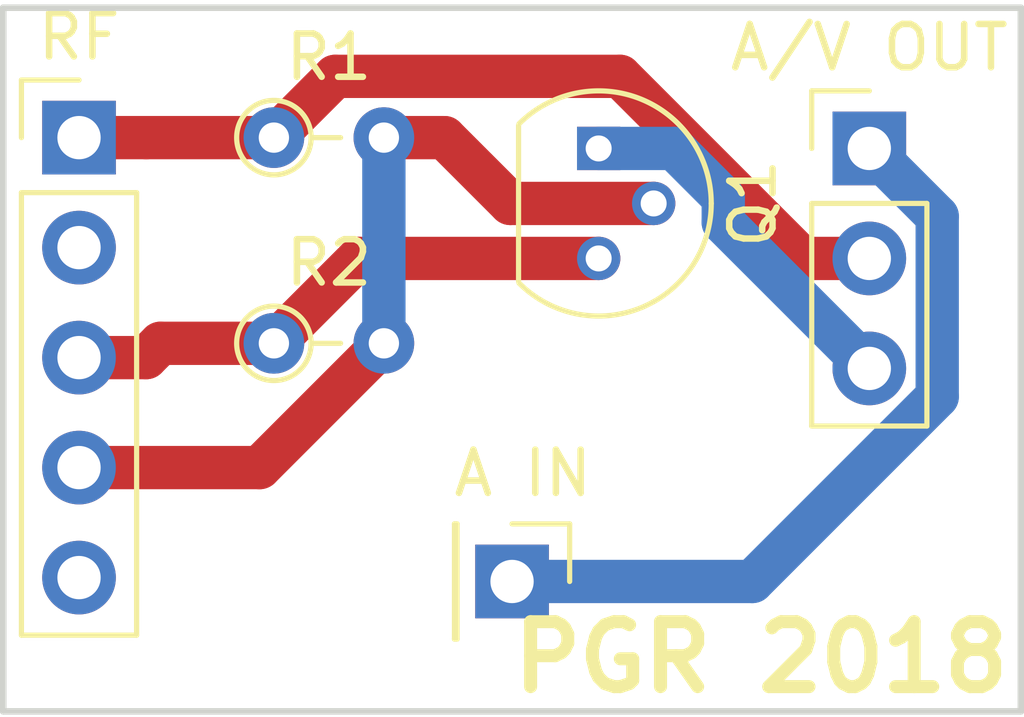
<source format=kicad_pcb>
(kicad_pcb (version 4) (host pcbnew 4.0.7)

  (general
    (links 9)
    (no_connects 0)
    (area 135.174999 99.674999 158.825001 116.075001)
    (thickness 1.6)
    (drawings 5)
    (tracks 25)
    (zones 0)
    (modules 6)
    (nets 8)
  )

  (page A4)
  (layers
    (0 F.Cu signal)
    (31 B.Cu signal)
    (32 B.Adhes user)
    (33 F.Adhes user)
    (34 B.Paste user)
    (35 F.Paste user)
    (36 B.SilkS user)
    (37 F.SilkS user)
    (38 B.Mask user)
    (39 F.Mask user)
    (40 Dwgs.User user)
    (41 Cmts.User user)
    (42 Eco1.User user)
    (43 Eco2.User user)
    (44 Edge.Cuts user)
    (45 Margin user)
    (46 B.CrtYd user)
    (47 F.CrtYd user)
    (48 B.Fab user)
    (49 F.Fab user)
  )

  (setup
    (last_trace_width 0.25)
    (trace_clearance 0.2)
    (zone_clearance 0.508)
    (zone_45_only no)
    (trace_min 0.2)
    (segment_width 0.2)
    (edge_width 0.15)
    (via_size 0.6)
    (via_drill 0.4)
    (via_min_size 0.4)
    (via_min_drill 0.3)
    (uvia_size 0.3)
    (uvia_drill 0.1)
    (uvias_allowed no)
    (uvia_min_size 0.2)
    (uvia_min_drill 0.1)
    (pcb_text_width 0.3)
    (pcb_text_size 1.5 1.5)
    (mod_edge_width 0.15)
    (mod_text_size 1 1)
    (mod_text_width 0.15)
    (pad_size 1.524 1.524)
    (pad_drill 0.762)
    (pad_to_mask_clearance 0.2)
    (aux_axis_origin 0 0)
    (visible_elements FFFFFF7F)
    (pcbplotparams
      (layerselection 0x00030_80000001)
      (usegerberextensions false)
      (excludeedgelayer true)
      (linewidth 0.100000)
      (plotframeref false)
      (viasonmask false)
      (mode 1)
      (useauxorigin false)
      (hpglpennumber 1)
      (hpglpenspeed 20)
      (hpglpendiameter 15)
      (hpglpenoverlay 2)
      (psnegative false)
      (psa4output false)
      (plotreference true)
      (plotvalue true)
      (plotinvisibletext false)
      (padsonsilk false)
      (subtractmaskfromsilk false)
      (outputformat 1)
      (mirror false)
      (drillshape 1)
      (scaleselection 1)
      (outputdirectory ""))
  )

  (net 0 "")
  (net 1 GND)
  (net 2 "Net-(J1-Pad2)")
  (net 3 +5V)
  (net 4 "Net-(J1-Pad4)")
  (net 5 "Net-(J1-Pad5)")
  (net 6 "Net-(J2-Pad1)")
  (net 7 "Net-(J3-Pad3)")

  (net_class Default "This is the default net class."
    (clearance 0.2)
    (trace_width 0.25)
    (via_dia 0.6)
    (via_drill 0.4)
    (uvia_dia 0.3)
    (uvia_drill 0.1)
    (add_net +5V)
    (add_net GND)
    (add_net "Net-(J1-Pad2)")
    (add_net "Net-(J1-Pad4)")
    (add_net "Net-(J1-Pad5)")
    (add_net "Net-(J2-Pad1)")
    (add_net "Net-(J3-Pad3)")
  )

  (module Pin_Headers:Pin_Header_Straight_1x05_Pitch2.54mm (layer F.Cu) (tedit 5A84DF84) (tstamp 5A84DD86)
    (at 137 102.75)
    (descr "Through hole straight pin header, 1x05, 2.54mm pitch, single row")
    (tags "Through hole pin header THT 1x05 2.54mm single row")
    (path /5A84D351)
    (fp_text reference RF (at 0 -2.33) (layer F.SilkS)
      (effects (font (size 1 1) (thickness 0.15)))
    )
    (fp_text value RF (at 0 12.49) (layer F.Fab)
      (effects (font (size 1 1) (thickness 0.15)))
    )
    (fp_line (start -0.635 -1.27) (end 1.27 -1.27) (layer F.Fab) (width 0.1))
    (fp_line (start 1.27 -1.27) (end 1.27 11.43) (layer F.Fab) (width 0.1))
    (fp_line (start 1.27 11.43) (end -1.27 11.43) (layer F.Fab) (width 0.1))
    (fp_line (start -1.27 11.43) (end -1.27 -0.635) (layer F.Fab) (width 0.1))
    (fp_line (start -1.27 -0.635) (end -0.635 -1.27) (layer F.Fab) (width 0.1))
    (fp_line (start -1.33 11.49) (end 1.33 11.49) (layer F.SilkS) (width 0.12))
    (fp_line (start -1.33 1.27) (end -1.33 11.49) (layer F.SilkS) (width 0.12))
    (fp_line (start 1.33 1.27) (end 1.33 11.49) (layer F.SilkS) (width 0.12))
    (fp_line (start -1.33 1.27) (end 1.33 1.27) (layer F.SilkS) (width 0.12))
    (fp_line (start -1.33 0) (end -1.33 -1.33) (layer F.SilkS) (width 0.12))
    (fp_line (start -1.33 -1.33) (end 0 -1.33) (layer F.SilkS) (width 0.12))
    (fp_line (start -1.8 -1.8) (end -1.8 11.95) (layer F.CrtYd) (width 0.05))
    (fp_line (start -1.8 11.95) (end 1.8 11.95) (layer F.CrtYd) (width 0.05))
    (fp_line (start 1.8 11.95) (end 1.8 -1.8) (layer F.CrtYd) (width 0.05))
    (fp_line (start 1.8 -1.8) (end -1.8 -1.8) (layer F.CrtYd) (width 0.05))
    (fp_text user %R (at 0 5.08 90) (layer F.Fab)
      (effects (font (size 1 1) (thickness 0.15)))
    )
    (pad 1 thru_hole rect (at 0 0) (size 1.7 1.7) (drill 1) (layers *.Cu *.Mask)
      (net 1 GND))
    (pad 2 thru_hole oval (at 0 2.54) (size 1.7 1.7) (drill 1) (layers *.Cu *.Mask)
      (net 2 "Net-(J1-Pad2)"))
    (pad 3 thru_hole oval (at 0 5.08) (size 1.7 1.7) (drill 1) (layers *.Cu *.Mask)
      (net 3 +5V))
    (pad 4 thru_hole oval (at 0 7.62) (size 1.7 1.7) (drill 1) (layers *.Cu *.Mask)
      (net 4 "Net-(J1-Pad4)"))
    (pad 5 thru_hole oval (at 0 10.16) (size 1.7 1.7) (drill 1) (layers *.Cu *.Mask)
      (net 5 "Net-(J1-Pad5)"))
    (model ${KISYS3DMOD}/Pin_Headers.3dshapes/Pin_Header_Straight_1x05_Pitch2.54mm.wrl
      (at (xyz 0 0 0))
      (scale (xyz 1 1 1))
      (rotate (xyz 0 0 0))
    )
  )

  (module Pin_Headers:Pin_Header_Straight_1x01_Pitch2.54mm (layer F.Cu) (tedit 5A84DF74) (tstamp 5A84DD8B)
    (at 147 113 270)
    (descr "Through hole straight pin header, 1x01, 2.54mm pitch, single row")
    (tags "Through hole pin header THT 1x01 2.54mm single row")
    (path /5A84D471)
    (fp_text reference "A IN" (at -2.5 -0.25 540) (layer F.SilkS)
      (effects (font (size 1 1) (thickness 0.15)))
    )
    (fp_text value "A IN" (at 0 2.33 270) (layer F.Fab)
      (effects (font (size 1 1) (thickness 0.15)))
    )
    (fp_line (start -0.635 -1.27) (end 1.27 -1.27) (layer F.Fab) (width 0.1))
    (fp_line (start 1.27 -1.27) (end 1.27 1.27) (layer F.Fab) (width 0.1))
    (fp_line (start 1.27 1.27) (end -1.27 1.27) (layer F.Fab) (width 0.1))
    (fp_line (start -1.27 1.27) (end -1.27 -0.635) (layer F.Fab) (width 0.1))
    (fp_line (start -1.27 -0.635) (end -0.635 -1.27) (layer F.Fab) (width 0.1))
    (fp_line (start -1.33 1.33) (end 1.33 1.33) (layer F.SilkS) (width 0.12))
    (fp_line (start -1.33 1.27) (end -1.33 1.33) (layer F.SilkS) (width 0.12))
    (fp_line (start 1.33 1.27) (end 1.33 1.33) (layer F.SilkS) (width 0.12))
    (fp_line (start -1.33 1.27) (end 1.33 1.27) (layer F.SilkS) (width 0.12))
    (fp_line (start -1.33 0) (end -1.33 -1.33) (layer F.SilkS) (width 0.12))
    (fp_line (start -1.33 -1.33) (end 0 -1.33) (layer F.SilkS) (width 0.12))
    (fp_line (start -1.8 -1.8) (end -1.8 1.8) (layer F.CrtYd) (width 0.05))
    (fp_line (start -1.8 1.8) (end 1.8 1.8) (layer F.CrtYd) (width 0.05))
    (fp_line (start 1.8 1.8) (end 1.8 -1.8) (layer F.CrtYd) (width 0.05))
    (fp_line (start 1.8 -1.8) (end -1.8 -1.8) (layer F.CrtYd) (width 0.05))
    (fp_text user %R (at 0 0 360) (layer F.Fab)
      (effects (font (size 1 1) (thickness 0.15)))
    )
    (pad 1 thru_hole rect (at 0 0 270) (size 1.7 1.7) (drill 1) (layers *.Cu *.Mask)
      (net 6 "Net-(J2-Pad1)"))
    (model ${KISYS3DMOD}/Pin_Headers.3dshapes/Pin_Header_Straight_1x01_Pitch2.54mm.wrl
      (at (xyz 0 0 0))
      (scale (xyz 1 1 1))
      (rotate (xyz 0 0 0))
    )
  )

  (module Pin_Headers:Pin_Header_Straight_1x03_Pitch2.54mm (layer F.Cu) (tedit 5A84DF7D) (tstamp 5A84DD92)
    (at 155.25 103)
    (descr "Through hole straight pin header, 1x03, 2.54mm pitch, single row")
    (tags "Through hole pin header THT 1x03 2.54mm single row")
    (path /5A84D4F1)
    (fp_text reference "A/V OUT" (at 0 -2.33) (layer F.SilkS)
      (effects (font (size 1 1) (thickness 0.15)))
    )
    (fp_text value "A/V OUT" (at 0 7.41) (layer F.Fab)
      (effects (font (size 1 1) (thickness 0.15)))
    )
    (fp_line (start -0.635 -1.27) (end 1.27 -1.27) (layer F.Fab) (width 0.1))
    (fp_line (start 1.27 -1.27) (end 1.27 6.35) (layer F.Fab) (width 0.1))
    (fp_line (start 1.27 6.35) (end -1.27 6.35) (layer F.Fab) (width 0.1))
    (fp_line (start -1.27 6.35) (end -1.27 -0.635) (layer F.Fab) (width 0.1))
    (fp_line (start -1.27 -0.635) (end -0.635 -1.27) (layer F.Fab) (width 0.1))
    (fp_line (start -1.33 6.41) (end 1.33 6.41) (layer F.SilkS) (width 0.12))
    (fp_line (start -1.33 1.27) (end -1.33 6.41) (layer F.SilkS) (width 0.12))
    (fp_line (start 1.33 1.27) (end 1.33 6.41) (layer F.SilkS) (width 0.12))
    (fp_line (start -1.33 1.27) (end 1.33 1.27) (layer F.SilkS) (width 0.12))
    (fp_line (start -1.33 0) (end -1.33 -1.33) (layer F.SilkS) (width 0.12))
    (fp_line (start -1.33 -1.33) (end 0 -1.33) (layer F.SilkS) (width 0.12))
    (fp_line (start -1.8 -1.8) (end -1.8 6.85) (layer F.CrtYd) (width 0.05))
    (fp_line (start -1.8 6.85) (end 1.8 6.85) (layer F.CrtYd) (width 0.05))
    (fp_line (start 1.8 6.85) (end 1.8 -1.8) (layer F.CrtYd) (width 0.05))
    (fp_line (start 1.8 -1.8) (end -1.8 -1.8) (layer F.CrtYd) (width 0.05))
    (fp_text user %R (at 0 2.54 90) (layer F.Fab)
      (effects (font (size 1 1) (thickness 0.15)))
    )
    (pad 1 thru_hole rect (at 0 0) (size 1.7 1.7) (drill 1) (layers *.Cu *.Mask)
      (net 6 "Net-(J2-Pad1)"))
    (pad 2 thru_hole oval (at 0 2.54) (size 1.7 1.7) (drill 1) (layers *.Cu *.Mask)
      (net 1 GND))
    (pad 3 thru_hole oval (at 0 5.08) (size 1.7 1.7) (drill 1) (layers *.Cu *.Mask)
      (net 7 "Net-(J3-Pad3)"))
    (model ${KISYS3DMOD}/Pin_Headers.3dshapes/Pin_Header_Straight_1x03_Pitch2.54mm.wrl
      (at (xyz 0 0 0))
      (scale (xyz 1 1 1))
      (rotate (xyz 0 0 0))
    )
  )

  (module TO_SOT_Packages_THT:TO-92_Molded_Narrow (layer F.Cu) (tedit 58CE52AF) (tstamp 5A84DD99)
    (at 149 103 270)
    (descr "TO-92 leads molded, narrow, drill 0.6mm (see NXP sot054_po.pdf)")
    (tags "to-92 sc-43 sc-43a sot54 PA33 transistor")
    (path /5A84D18C)
    (fp_text reference Q1 (at 1.27 -3.56 270) (layer F.SilkS)
      (effects (font (size 1 1) (thickness 0.15)))
    )
    (fp_text value 2N3904 (at 1.27 2.79 270) (layer F.Fab)
      (effects (font (size 1 1) (thickness 0.15)))
    )
    (fp_text user %R (at 1.27 -3.56 270) (layer F.Fab)
      (effects (font (size 1 1) (thickness 0.15)))
    )
    (fp_line (start -0.53 1.85) (end 3.07 1.85) (layer F.SilkS) (width 0.12))
    (fp_line (start -0.5 1.75) (end 3 1.75) (layer F.Fab) (width 0.1))
    (fp_line (start -1.46 -2.73) (end 4 -2.73) (layer F.CrtYd) (width 0.05))
    (fp_line (start -1.46 -2.73) (end -1.46 2.01) (layer F.CrtYd) (width 0.05))
    (fp_line (start 4 2.01) (end 4 -2.73) (layer F.CrtYd) (width 0.05))
    (fp_line (start 4 2.01) (end -1.46 2.01) (layer F.CrtYd) (width 0.05))
    (fp_arc (start 1.27 0) (end 1.27 -2.48) (angle 135) (layer F.Fab) (width 0.1))
    (fp_arc (start 1.27 0) (end 1.27 -2.6) (angle -135) (layer F.SilkS) (width 0.12))
    (fp_arc (start 1.27 0) (end 1.27 -2.48) (angle -135) (layer F.Fab) (width 0.1))
    (fp_arc (start 1.27 0) (end 1.27 -2.6) (angle 135) (layer F.SilkS) (width 0.12))
    (pad 2 thru_hole circle (at 1.27 -1.27) (size 1 1) (drill 0.6) (layers *.Cu *.Mask)
      (net 4 "Net-(J1-Pad4)"))
    (pad 3 thru_hole circle (at 2.54 0) (size 1 1) (drill 0.6) (layers *.Cu *.Mask)
      (net 3 +5V))
    (pad 1 thru_hole rect (at 0 0) (size 1 1) (drill 0.6) (layers *.Cu *.Mask)
      (net 7 "Net-(J3-Pad3)"))
    (model ${KISYS3DMOD}/TO_SOT_Packages_THT.3dshapes/TO-92_Molded_Narrow.wrl
      (at (xyz 0.05 0 0))
      (scale (xyz 1 1 1))
      (rotate (xyz 0 0 -90))
    )
  )

  (module Resistors_THT:R_Axial_DIN0204_L3.6mm_D1.6mm_P2.54mm_Vertical (layer F.Cu) (tedit 5874F706) (tstamp 5A84DD9F)
    (at 141.5 102.75)
    (descr "Resistor, Axial_DIN0204 series, Axial, Vertical, pin pitch=2.54mm, 0.16666666666666666W = 1/6W, length*diameter=3.6*1.6mm^2, http://cdn-reichelt.de/documents/datenblatt/B400/1_4W%23YAG.pdf")
    (tags "Resistor Axial_DIN0204 series Axial Vertical pin pitch 2.54mm 0.16666666666666666W = 1/6W length 3.6mm diameter 1.6mm")
    (path /5A84D8D4)
    (fp_text reference R1 (at 1.27 -1.86) (layer F.SilkS)
      (effects (font (size 1 1) (thickness 0.15)))
    )
    (fp_text value 3K3 (at 1.27 1.86) (layer F.Fab)
      (effects (font (size 1 1) (thickness 0.15)))
    )
    (fp_circle (center 0 0) (end 0.8 0) (layer F.Fab) (width 0.1))
    (fp_circle (center 0 0) (end 0.86 0) (layer F.SilkS) (width 0.12))
    (fp_line (start 0 0) (end 2.54 0) (layer F.Fab) (width 0.1))
    (fp_line (start 0.86 0) (end 1.54 0) (layer F.SilkS) (width 0.12))
    (fp_line (start -1.15 -1.15) (end -1.15 1.15) (layer F.CrtYd) (width 0.05))
    (fp_line (start -1.15 1.15) (end 3.55 1.15) (layer F.CrtYd) (width 0.05))
    (fp_line (start 3.55 1.15) (end 3.55 -1.15) (layer F.CrtYd) (width 0.05))
    (fp_line (start 3.55 -1.15) (end -1.15 -1.15) (layer F.CrtYd) (width 0.05))
    (pad 1 thru_hole circle (at 0 0) (size 1.4 1.4) (drill 0.7) (layers *.Cu *.Mask)
      (net 1 GND))
    (pad 2 thru_hole oval (at 2.54 0) (size 1.4 1.4) (drill 0.7) (layers *.Cu *.Mask)
      (net 4 "Net-(J1-Pad4)"))
    (model ${KISYS3DMOD}/Resistors_THT.3dshapes/R_Axial_DIN0204_L3.6mm_D1.6mm_P2.54mm_Vertical.wrl
      (at (xyz 0 0 0))
      (scale (xyz 0.393701 0.393701 0.393701))
      (rotate (xyz 0 0 0))
    )
  )

  (module Resistors_THT:R_Axial_DIN0204_L3.6mm_D1.6mm_P2.54mm_Vertical (layer F.Cu) (tedit 5874F706) (tstamp 5A84DDA5)
    (at 141.5 107.5)
    (descr "Resistor, Axial_DIN0204 series, Axial, Vertical, pin pitch=2.54mm, 0.16666666666666666W = 1/6W, length*diameter=3.6*1.6mm^2, http://cdn-reichelt.de/documents/datenblatt/B400/1_4W%23YAG.pdf")
    (tags "Resistor Axial_DIN0204 series Axial Vertical pin pitch 2.54mm 0.16666666666666666W = 1/6W length 3.6mm diameter 1.6mm")
    (path /5A84D731)
    (fp_text reference R2 (at 1.27 -1.86) (layer F.SilkS)
      (effects (font (size 1 1) (thickness 0.15)))
    )
    (fp_text value 2K2 (at 1.27 1.86) (layer F.Fab)
      (effects (font (size 1 1) (thickness 0.15)))
    )
    (fp_circle (center 0 0) (end 0.8 0) (layer F.Fab) (width 0.1))
    (fp_circle (center 0 0) (end 0.86 0) (layer F.SilkS) (width 0.12))
    (fp_line (start 0 0) (end 2.54 0) (layer F.Fab) (width 0.1))
    (fp_line (start 0.86 0) (end 1.54 0) (layer F.SilkS) (width 0.12))
    (fp_line (start -1.15 -1.15) (end -1.15 1.15) (layer F.CrtYd) (width 0.05))
    (fp_line (start -1.15 1.15) (end 3.55 1.15) (layer F.CrtYd) (width 0.05))
    (fp_line (start 3.55 1.15) (end 3.55 -1.15) (layer F.CrtYd) (width 0.05))
    (fp_line (start 3.55 -1.15) (end -1.15 -1.15) (layer F.CrtYd) (width 0.05))
    (pad 1 thru_hole circle (at 0 0) (size 1.4 1.4) (drill 0.7) (layers *.Cu *.Mask)
      (net 3 +5V))
    (pad 2 thru_hole oval (at 2.54 0) (size 1.4 1.4) (drill 0.7) (layers *.Cu *.Mask)
      (net 4 "Net-(J1-Pad4)"))
    (model ${KISYS3DMOD}/Resistors_THT.3dshapes/R_Axial_DIN0204_L3.6mm_D1.6mm_P2.54mm_Vertical.wrl
      (at (xyz 0 0 0))
      (scale (xyz 0.393701 0.393701 0.393701))
      (rotate (xyz 0 0 0))
    )
  )

  (gr_text "PGR 2018" (at 152.75 114.75) (layer F.SilkS)
    (effects (font (size 1.5 1.5) (thickness 0.3)))
  )
  (gr_line (start 158.75 116) (end 135.25 116) (angle 90) (layer Edge.Cuts) (width 0.15))
  (gr_line (start 158.75 99.75) (end 158.75 116) (angle 90) (layer Edge.Cuts) (width 0.15))
  (gr_line (start 135.25 99.75) (end 158.75 99.75) (angle 90) (layer Edge.Cuts) (width 0.15))
  (gr_line (start 135.25 116) (end 135.25 99.75) (angle 90) (layer Edge.Cuts) (width 0.15))

  (segment (start 155.25 105.54) (end 153.6997 105.54) (width 1) (layer F.Cu) (net 1))
  (segment (start 137 102.75) (end 138.5503 102.75) (width 1) (layer F.Cu) (net 1))
  (segment (start 142.9148 101.3352) (end 141.5 102.75) (width 1) (layer F.Cu) (net 1))
  (segment (start 149.4949 101.3352) (end 142.9148 101.3352) (width 1) (layer F.Cu) (net 1))
  (segment (start 153.6997 105.54) (end 149.4949 101.3352) (width 1) (layer F.Cu) (net 1))
  (segment (start 141.5 102.75) (end 138.5503 102.75) (width 1) (layer F.Cu) (net 1))
  (segment (start 138.8803 107.5) (end 138.5503 107.83) (width 1) (layer F.Cu) (net 3))
  (segment (start 141.5 107.5) (end 138.8803 107.5) (width 1) (layer F.Cu) (net 3))
  (segment (start 137 107.83) (end 138.5503 107.83) (width 1) (layer F.Cu) (net 3))
  (segment (start 143.46 105.54) (end 141.5 107.5) (width 1) (layer F.Cu) (net 3))
  (segment (start 149 105.54) (end 143.46 105.54) (width 1) (layer F.Cu) (net 3))
  (segment (start 144.04 107.5) (end 144.04 102.75) (width 1) (layer B.Cu) (net 4))
  (segment (start 141.17 110.37) (end 137 110.37) (width 1) (layer F.Cu) (net 4))
  (segment (start 144.04 107.5) (end 141.17 110.37) (width 1) (layer F.Cu) (net 4))
  (segment (start 146.9603 104.27) (end 150.27 104.27) (width 1) (layer F.Cu) (net 4))
  (segment (start 145.4403 102.75) (end 146.9603 104.27) (width 1) (layer F.Cu) (net 4))
  (segment (start 144.04 102.75) (end 145.4403 102.75) (width 1) (layer F.Cu) (net 4))
  (segment (start 152.5487 113) (end 147 113) (width 1) (layer B.Cu) (net 6))
  (segment (start 156.8185 108.7302) (end 152.5487 113) (width 1) (layer B.Cu) (net 6))
  (segment (start 156.8185 104.5685) (end 156.8185 108.7302) (width 1) (layer B.Cu) (net 6))
  (segment (start 155.25 103) (end 156.8185 104.5685) (width 1) (layer B.Cu) (net 6))
  (segment (start 151.8775 104.7075) (end 155.25 108.08) (width 1) (layer B.Cu) (net 7))
  (segment (start 151.8775 104.1348) (end 151.8775 104.7075) (width 1) (layer B.Cu) (net 7))
  (segment (start 150.7427 103) (end 151.8775 104.1348) (width 1) (layer B.Cu) (net 7))
  (segment (start 149 103) (end 150.7427 103) (width 1) (layer B.Cu) (net 7))

)

</source>
